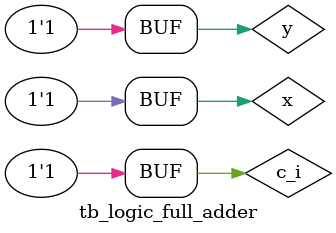
<source format=v>
`timescale 1ns / 1ps


module tb_logic_full_adder;

    wire sum, c_o;
    reg x, y, c_i;

      logic_full_adder m1(.s(sum),
                   .cout(c_o),
                   .a(x),
                   .b(y),
                   .cin(c_i));

    initial begin
            x=3'd0; y=3'd0; c_i=3'd0;
            #20
            x=3'd0; y=3'd0; c_i=3'd1;
            #20
            x=3'd0; y=3'd1; c_i=3'd0;
            #20
            x=3'd0; y=3'd1; c_i=3'd1;
            #20
            x=3'd1; y=3'd0; c_i=3'd0;
            #20
            x=3'd1; y=3'd0; c_i=3'd1;
            #20
            x=1'd1; y=1'd1; c_i=1'd0;
            #20
            x=1'd1; y=1'd1; c_i=1'd1;
    end

endmodule

</source>
